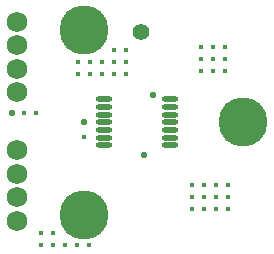
<source format=gts>
G04 Layer_Color=8388736*
%FSLAX25Y25*%
%MOIN*%
G70*
G01*
G75*
%ADD25O,0.05521X0.01978*%
%ADD26C,0.06900*%
%ADD27C,0.05600*%
%ADD28C,0.16348*%
%ADD29C,0.02300*%
%ADD30C,0.01700*%
D25*
X383622Y247323D02*
D03*
Y249882D02*
D03*
Y252441D02*
D03*
Y255000D02*
D03*
Y257559D02*
D03*
Y260118D02*
D03*
Y262677D02*
D03*
X361378Y247323D02*
D03*
Y249882D02*
D03*
Y252441D02*
D03*
Y255000D02*
D03*
Y257559D02*
D03*
Y260118D02*
D03*
Y262677D02*
D03*
D26*
X332500Y222126D02*
D03*
Y230000D02*
D03*
Y237874D02*
D03*
Y245748D02*
D03*
Y265000D02*
D03*
Y272874D02*
D03*
Y280748D02*
D03*
Y288622D02*
D03*
D27*
X374000Y285000D02*
D03*
D28*
X354750Y224256D02*
D03*
Y285744D02*
D03*
X408000Y255000D02*
D03*
D29*
X375000Y244000D02*
D03*
X378000Y264000D02*
D03*
X355000Y255000D02*
D03*
X331000Y258000D02*
D03*
D30*
X355000Y250000D02*
D03*
X369000Y271000D02*
D03*
Y275000D02*
D03*
X365000D02*
D03*
Y271000D02*
D03*
Y279000D02*
D03*
X335000Y258000D02*
D03*
X339000D02*
D03*
X340500Y214000D02*
D03*
X344500D02*
D03*
X348500D02*
D03*
X352500D02*
D03*
X356500D02*
D03*
X344500Y218000D02*
D03*
X340500D02*
D03*
X394000Y272000D02*
D03*
Y276000D02*
D03*
X398000D02*
D03*
Y272000D02*
D03*
X402000D02*
D03*
Y276000D02*
D03*
Y280000D02*
D03*
X398000D02*
D03*
X394000D02*
D03*
X391000Y230000D02*
D03*
Y234000D02*
D03*
X395000D02*
D03*
Y230000D02*
D03*
X399000D02*
D03*
Y234000D02*
D03*
X403000D02*
D03*
Y230000D02*
D03*
Y226000D02*
D03*
X399000D02*
D03*
X395000D02*
D03*
X391000D02*
D03*
X361000Y275000D02*
D03*
X357000D02*
D03*
X353000D02*
D03*
Y271000D02*
D03*
X357000D02*
D03*
X361000D02*
D03*
X369000Y279000D02*
D03*
M02*

</source>
